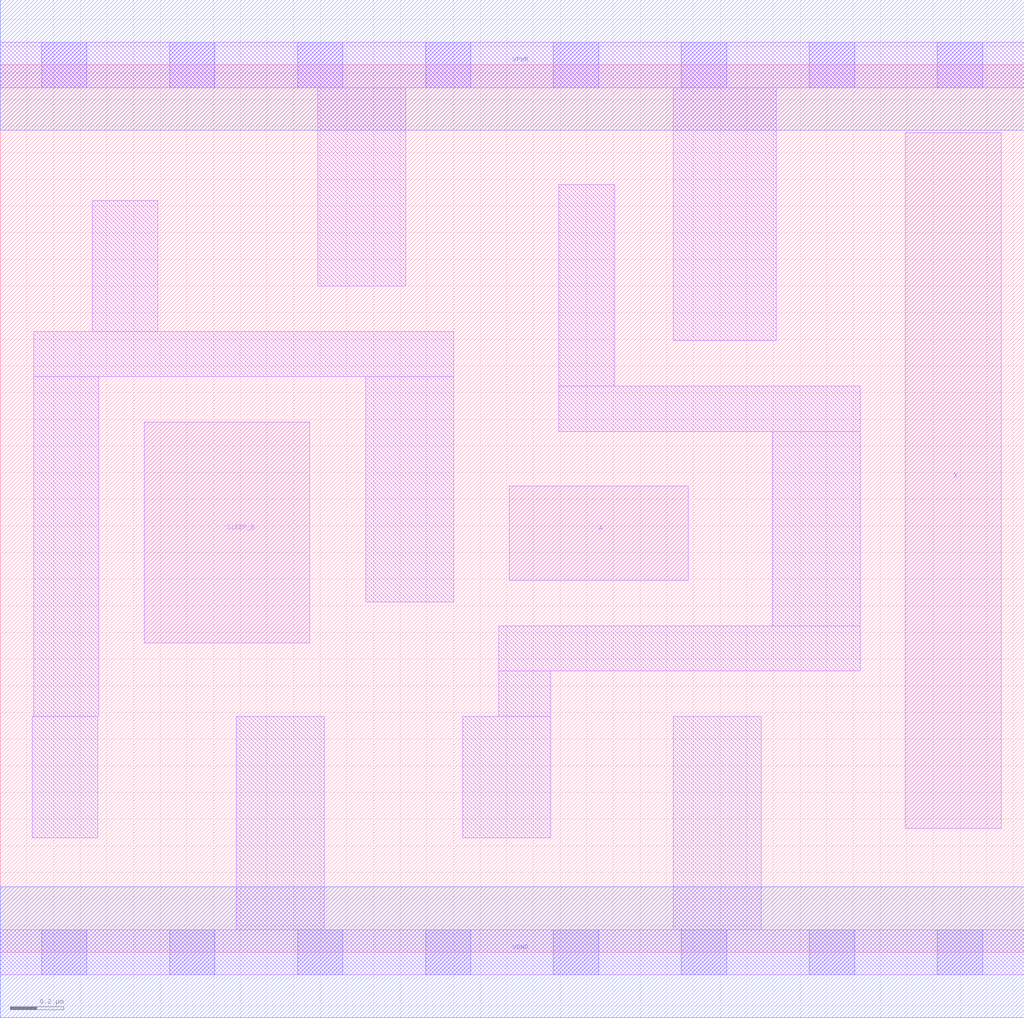
<source format=lef>
# Copyright 2020 The SkyWater PDK Authors
#
# Licensed under the Apache License, Version 2.0 (the "License");
# you may not use this file except in compliance with the License.
# You may obtain a copy of the License at
#
#     https://www.apache.org/licenses/LICENSE-2.0
#
# Unless required by applicable law or agreed to in writing, software
# distributed under the License is distributed on an "AS IS" BASIS,
# WITHOUT WARRANTIES OR CONDITIONS OF ANY KIND, either express or implied.
# See the License for the specific language governing permissions and
# limitations under the License.
#
# SPDX-License-Identifier: Apache-2.0

VERSION 5.7 ;
  NAMESCASESENSITIVE ON ;
  NOWIREEXTENSIONATPIN ON ;
  DIVIDERCHAR "/" ;
  BUSBITCHARS "[]" ;
UNITS
  DATABASE MICRONS 200 ;
END UNITS
MACRO sky130_fd_sc_lp__inputiso1n_lp
  CLASS CORE ;
  SOURCE USER ;
  FOREIGN sky130_fd_sc_lp__inputiso1n_lp ;
  ORIGIN  0.000000  0.000000 ;
  SIZE  3.840000 BY  3.330000 ;
  SYMMETRY X Y R90 ;
  SITE unit ;
  PIN A
    ANTENNAGATEAREA  0.189000 ;
    DIRECTION INPUT ;
    USE SIGNAL ;
    PORT
      LAYER li1 ;
        RECT 1.910000 1.395000 2.580000 1.750000 ;
    END
  END A
  PIN SLEEP_B
    ANTENNAGATEAREA  0.252000 ;
    DIRECTION INPUT ;
    USE SIGNAL ;
    PORT
      LAYER li1 ;
        RECT 0.540000 1.160000 1.160000 1.990000 ;
    END
  END SLEEP_B
  PIN X
    ANTENNADIFFAREA  0.445200 ;
    DIRECTION OUTPUT ;
    USE SIGNAL ;
    PORT
      LAYER li1 ;
        RECT 3.395000 0.465000 3.755000 3.075000 ;
    END
  END X
  PIN VGND
    DIRECTION INOUT ;
    USE GROUND ;
    PORT
      LAYER met1 ;
        RECT 0.000000 -0.245000 3.840000 0.245000 ;
    END
  END VGND
  PIN VPWR
    DIRECTION INOUT ;
    USE POWER ;
    PORT
      LAYER met1 ;
        RECT 0.000000 3.085000 3.840000 3.575000 ;
    END
  END VPWR
  OBS
    LAYER li1 ;
      RECT 0.000000 -0.085000 3.840000 0.085000 ;
      RECT 0.000000  3.245000 3.840000 3.415000 ;
      RECT 0.120000  0.430000 0.365000 0.885000 ;
      RECT 0.125000  0.885000 0.370000 2.160000 ;
      RECT 0.125000  2.160000 1.700000 2.330000 ;
      RECT 0.345000  2.330000 0.590000 2.820000 ;
      RECT 0.885000  0.085000 1.215000 0.885000 ;
      RECT 1.190000  2.500000 1.520000 3.245000 ;
      RECT 1.370000  1.315000 1.700000 2.160000 ;
      RECT 1.735000  0.430000 2.065000 0.885000 ;
      RECT 1.870000  0.885000 2.065000 1.055000 ;
      RECT 1.870000  1.055000 3.225000 1.225000 ;
      RECT 2.095000  1.955000 3.225000 2.125000 ;
      RECT 2.095000  2.125000 2.305000 2.880000 ;
      RECT 2.525000  0.085000 2.855000 0.885000 ;
      RECT 2.525000  2.295000 2.910000 3.245000 ;
      RECT 2.895000  1.225000 3.225000 1.955000 ;
    LAYER mcon ;
      RECT 0.155000 -0.085000 0.325000 0.085000 ;
      RECT 0.155000  3.245000 0.325000 3.415000 ;
      RECT 0.635000 -0.085000 0.805000 0.085000 ;
      RECT 0.635000  3.245000 0.805000 3.415000 ;
      RECT 1.115000 -0.085000 1.285000 0.085000 ;
      RECT 1.115000  3.245000 1.285000 3.415000 ;
      RECT 1.595000 -0.085000 1.765000 0.085000 ;
      RECT 1.595000  3.245000 1.765000 3.415000 ;
      RECT 2.075000 -0.085000 2.245000 0.085000 ;
      RECT 2.075000  3.245000 2.245000 3.415000 ;
      RECT 2.555000 -0.085000 2.725000 0.085000 ;
      RECT 2.555000  3.245000 2.725000 3.415000 ;
      RECT 3.035000 -0.085000 3.205000 0.085000 ;
      RECT 3.035000  3.245000 3.205000 3.415000 ;
      RECT 3.515000 -0.085000 3.685000 0.085000 ;
      RECT 3.515000  3.245000 3.685000 3.415000 ;
  END
END sky130_fd_sc_lp__inputiso1n_lp

</source>
